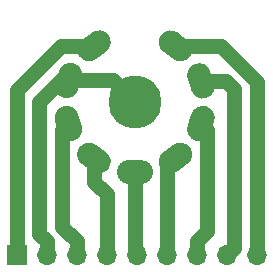
<source format=gbr>
%TF.GenerationSoftware,KiCad,Pcbnew,5.1.9-73d0e3b20d~88~ubuntu20.10.1*%
%TF.CreationDate,2021-02-23T00:56:54+01:00*%
%TF.ProjectId,valve-adapter-noval,76616c76-652d-4616-9461-707465722d6e,rev?*%
%TF.SameCoordinates,Original*%
%TF.FileFunction,Copper,L2,Bot*%
%TF.FilePolarity,Positive*%
%FSLAX46Y46*%
G04 Gerber Fmt 4.6, Leading zero omitted, Abs format (unit mm)*
G04 Created by KiCad (PCBNEW 5.1.9-73d0e3b20d~88~ubuntu20.10.1) date 2021-02-23 00:56:54*
%MOMM*%
%LPD*%
G01*
G04 APERTURE LIST*
%TA.AperFunction,ComponentPad*%
%ADD10C,4.500000*%
%TD*%
%TA.AperFunction,ComponentPad*%
%ADD11O,3.050000X2.030000*%
%TD*%
%TA.AperFunction,ComponentPad*%
%ADD12O,1.700000X1.700000*%
%TD*%
%TA.AperFunction,ComponentPad*%
%ADD13R,1.700000X1.700000*%
%TD*%
%TA.AperFunction,Conductor*%
%ADD14C,1.270000*%
%TD*%
G04 APERTURE END LIST*
D10*
%TO.P,U1,2*%
%TO.N,Net-(J1-Pad2)*%
X163000000Y-102000000D03*
%TO.P,U1,9*%
%TO.N,Net-(J1-Pad9)*%
%TA.AperFunction,ComponentPad*%
G36*
G01*
X166644003Y-96129078D02*
X167469201Y-96728618D01*
G75*
G02*
X167693751Y-98146372I-596602J-821152D01*
G01*
X167693751Y-98146372D01*
G75*
G02*
X166275997Y-98370922I-821152J596602D01*
G01*
X165450799Y-97771382D01*
G75*
G02*
X165226249Y-96353628I596602J821152D01*
G01*
X165226249Y-96353628D01*
G75*
G02*
X166644003Y-96129078I821152J-596602D01*
G01*
G37*
%TD.AperFunction*%
%TO.P,U1,8*%
%TO.N,Net-(J1-Pad8)*%
%TA.AperFunction,ComponentPad*%
G36*
G01*
X169417723Y-99421309D02*
X169732921Y-100391387D01*
G75*
G02*
X169081251Y-101670361I-965322J-313652D01*
G01*
X169081251Y-101670361D01*
G75*
G02*
X167802277Y-101018691I-313652J965322D01*
G01*
X167487079Y-100048613D01*
G75*
G02*
X168138749Y-98769639I965322J313652D01*
G01*
X168138749Y-98769639D01*
G75*
G02*
X169417723Y-99421309I313652J-965322D01*
G01*
G37*
%TD.AperFunction*%
%TO.P,U1,7*%
%TO.N,Net-(J1-Pad7)*%
%TA.AperFunction,ComponentPad*%
G36*
G01*
X169732921Y-103658613D02*
X169417723Y-104628691D01*
G75*
G02*
X168138749Y-105280361I-965322J313652D01*
G01*
X168138749Y-105280361D01*
G75*
G02*
X167487079Y-104001387I313652J965322D01*
G01*
X167802277Y-103031309D01*
G75*
G02*
X169081251Y-102379639I965322J-313652D01*
G01*
X169081251Y-102379639D01*
G75*
G02*
X169732921Y-103658613I-313652J-965322D01*
G01*
G37*
%TD.AperFunction*%
%TO.P,U1,6*%
%TO.N,Net-(J1-Pad6)*%
%TA.AperFunction,ComponentPad*%
G36*
G01*
X167469201Y-107281382D02*
X166644003Y-107880922D01*
G75*
G02*
X165226249Y-107656372I-596602J821152D01*
G01*
X165226249Y-107656372D01*
G75*
G02*
X165450799Y-106238618I821152J596602D01*
G01*
X166275997Y-105639078D01*
G75*
G02*
X167693751Y-105863628I596602J-821152D01*
G01*
X167693751Y-105863628D01*
G75*
G02*
X167469201Y-107281382I-821152J-596602D01*
G01*
G37*
%TD.AperFunction*%
D11*
%TO.P,U1,5*%
%TO.N,Net-(J1-Pad5)*%
X163000000Y-107900000D03*
%TO.P,U1,4*%
%TO.N,Net-(J1-Pad4)*%
%TA.AperFunction,ComponentPad*%
G36*
G01*
X159734003Y-105639078D02*
X160559201Y-106238618D01*
G75*
G02*
X160783751Y-107656372I-596602J-821152D01*
G01*
X160783751Y-107656372D01*
G75*
G02*
X159365997Y-107880922I-821152J596602D01*
G01*
X158540799Y-107281382D01*
G75*
G02*
X158316249Y-105863628I596602J821152D01*
G01*
X158316249Y-105863628D01*
G75*
G02*
X159734003Y-105639078I821152J-596602D01*
G01*
G37*
%TD.AperFunction*%
%TO.P,U1,3*%
%TO.N,Net-(J1-Pad3)*%
%TA.AperFunction,ComponentPad*%
G36*
G01*
X158207723Y-103031309D02*
X158522921Y-104001387D01*
G75*
G02*
X157871251Y-105280361I-965322J-313652D01*
G01*
X157871251Y-105280361D01*
G75*
G02*
X156592277Y-104628691I-313652J965322D01*
G01*
X156277079Y-103658613D01*
G75*
G02*
X156928749Y-102379639I965322J313652D01*
G01*
X156928749Y-102379639D01*
G75*
G02*
X158207723Y-103031309I313652J-965322D01*
G01*
G37*
%TD.AperFunction*%
%TO.P,U1,2*%
%TO.N,Net-(J1-Pad2)*%
%TA.AperFunction,ComponentPad*%
G36*
G01*
X158522921Y-100008613D02*
X158207723Y-100978691D01*
G75*
G02*
X156928749Y-101630361I-965322J313652D01*
G01*
X156928749Y-101630361D01*
G75*
G02*
X156277079Y-100351387I313652J965322D01*
G01*
X156592277Y-99381309D01*
G75*
G02*
X157871251Y-98729639I965322J-313652D01*
G01*
X157871251Y-98729639D01*
G75*
G02*
X158522921Y-100008613I-313652J-965322D01*
G01*
G37*
%TD.AperFunction*%
%TO.P,U1,1*%
%TO.N,Net-(J1-Pad1)*%
%TA.AperFunction,ComponentPad*%
G36*
G01*
X160559201Y-97771382D02*
X159734003Y-98370922D01*
G75*
G02*
X158316249Y-98146372I-596602J821152D01*
G01*
X158316249Y-98146372D01*
G75*
G02*
X158540799Y-96728618I821152J596602D01*
G01*
X159365997Y-96129078D01*
G75*
G02*
X160783751Y-96353628I596602J-821152D01*
G01*
X160783751Y-96353628D01*
G75*
G02*
X160559201Y-97771382I-821152J-596602D01*
G01*
G37*
%TD.AperFunction*%
%TD*%
D12*
%TO.P,J1,9*%
%TO.N,Net-(J1-Pad9)*%
X173320000Y-115000000D03*
%TO.P,J1,8*%
%TO.N,Net-(J1-Pad8)*%
X170780000Y-115000000D03*
%TO.P,J1,7*%
%TO.N,Net-(J1-Pad7)*%
X168240000Y-115000000D03*
%TO.P,J1,6*%
%TO.N,Net-(J1-Pad6)*%
X165700000Y-115000000D03*
%TO.P,J1,5*%
%TO.N,Net-(J1-Pad5)*%
X163160000Y-115000000D03*
%TO.P,J1,4*%
%TO.N,Net-(J1-Pad4)*%
X160620000Y-115000000D03*
%TO.P,J1,3*%
%TO.N,Net-(J1-Pad3)*%
X158080000Y-115000000D03*
%TO.P,J1,2*%
%TO.N,Net-(J1-Pad2)*%
X155540000Y-115000000D03*
D13*
%TO.P,J1,1*%
%TO.N,Net-(J1-Pad1)*%
X153000000Y-115000000D03*
%TD*%
D14*
%TO.N,Net-(J1-Pad9)*%
X173320000Y-100299427D02*
X173320000Y-115000000D01*
X170270573Y-97250000D02*
X173320000Y-100299427D01*
X166460000Y-97250000D02*
X170270573Y-97250000D01*
%TO.N,Net-(J1-Pad8)*%
X171400000Y-114380000D02*
X170780000Y-115000000D01*
X171400000Y-100882599D02*
X171400000Y-114380000D01*
X170737401Y-100220000D02*
X171400000Y-100882599D01*
X168610000Y-100220000D02*
X170737401Y-100220000D01*
%TO.N,Net-(J1-Pad7)*%
X168240000Y-113797919D02*
X168240000Y-115000000D01*
X169135453Y-112902466D02*
X168240000Y-113797919D01*
X169135453Y-104355453D02*
X169135453Y-112902466D01*
X168610000Y-103830000D02*
X169135453Y-104355453D01*
%TO.N,Net-(J1-Pad6)*%
X165700000Y-107520000D02*
X165700000Y-115000000D01*
X166460000Y-106760000D02*
X165700000Y-107520000D01*
%TO.N,Net-(J1-Pad5)*%
X163000000Y-114840000D02*
X163160000Y-115000000D01*
X163000000Y-107900000D02*
X163000000Y-114840000D01*
%TO.N,Net-(J1-Pad4)*%
X160620000Y-109815230D02*
X160620000Y-115000000D01*
X159550000Y-108745230D02*
X160620000Y-109815230D01*
X159550000Y-106760000D02*
X159550000Y-108745230D01*
%TO.N,Net-(J1-Pad3)*%
X158080000Y-113797919D02*
X158080000Y-115000000D01*
X156874547Y-112592466D02*
X158080000Y-113797919D01*
X156874547Y-104355453D02*
X156874547Y-112592466D01*
X157400000Y-103830000D02*
X156874547Y-104355453D01*
%TO.N,Net-(J1-Pad2)*%
X155540000Y-113797919D02*
X155540000Y-115000000D01*
X154922422Y-113180341D02*
X155540000Y-113797919D01*
X154922422Y-102014940D02*
X154922422Y-113180341D01*
X156757362Y-100180000D02*
X154922422Y-102014940D01*
X157400000Y-100180000D02*
X156757362Y-100180000D01*
X161180000Y-100180000D02*
X163000000Y-102000000D01*
X157400000Y-100180000D02*
X161180000Y-100180000D01*
%TO.N,Net-(J1-Pad1)*%
X153000000Y-100971614D02*
X153000000Y-115000000D01*
X156721614Y-97250000D02*
X153000000Y-100971614D01*
X159550000Y-97250000D02*
X156721614Y-97250000D01*
%TD*%
M02*

</source>
